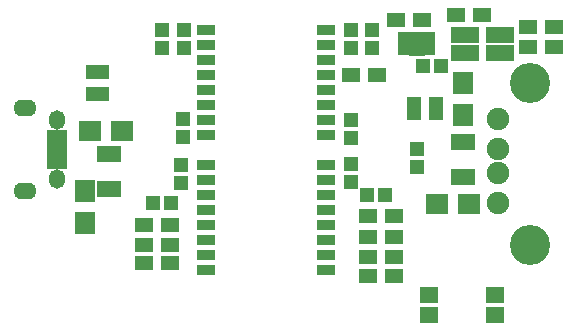
<source format=gts>
G04 #@! TF.FileFunction,Soldermask,Top*
%FSLAX46Y46*%
G04 Gerber Fmt 4.6, Leading zero omitted, Abs format (unit mm)*
G04 Created by KiCad (PCBNEW (after 2015-mar-04 BZR unknown)-product) date 15.06.2015 13:23:24*
%MOMM*%
G01*
G04 APERTURE LIST*
%ADD10C,0.100000*%
%ADD11R,1.600000X1.300000*%
%ADD12C,1.901140*%
%ADD13C,3.399740*%
%ADD14R,1.543000X0.908000*%
%ADD15R,1.150000X1.200000*%
%ADD16R,1.200000X1.150000*%
%ADD17R,1.600000X1.400000*%
%ADD18R,2.400000X1.400000*%
%ADD19R,1.900000X1.700000*%
%ADD20R,1.700000X1.900000*%
%ADD21R,0.798780X1.149300*%
%ADD22R,1.149300X0.798780*%
%ADD23R,1.050000X0.750000*%
%ADD24R,1.400000X1.200000*%
%ADD25R,1.750000X0.800000*%
%ADD26O,1.350000X1.650000*%
%ADD27O,1.950000X1.400000*%
%ADD28R,2.000000X1.400000*%
G04 APERTURE END LIST*
D10*
D11*
X120353000Y-106426000D03*
X118153000Y-106426000D03*
D12*
X126810000Y-114808000D03*
X126810000Y-117348000D03*
X126810000Y-119380000D03*
X126810000Y-121920000D03*
D13*
X129477000Y-111760000D03*
X129477000Y-125476000D03*
D14*
X102045000Y-118745000D03*
X102045000Y-120015000D03*
X102045000Y-121285000D03*
X102045000Y-122555000D03*
X102045000Y-123825000D03*
X102045000Y-125095000D03*
X102045000Y-126365000D03*
X102045000Y-127635000D03*
X112205000Y-127635000D03*
X112205000Y-126365000D03*
X112205000Y-125095000D03*
X112205000Y-123825000D03*
X112205000Y-122555000D03*
X112205000Y-121285000D03*
X112205000Y-120015000D03*
X112205000Y-118745000D03*
X102045000Y-107315000D03*
X102045000Y-108585000D03*
X102045000Y-109855000D03*
X102045000Y-111125000D03*
X102045000Y-112395000D03*
X102045000Y-113665000D03*
X102045000Y-114935000D03*
X102045000Y-116205000D03*
X112205000Y-116205000D03*
X112205000Y-114935000D03*
X112205000Y-113665000D03*
X112205000Y-112395000D03*
X112205000Y-111125000D03*
X112205000Y-109855000D03*
X112205000Y-108585000D03*
X112205000Y-107315000D03*
D15*
X98298000Y-107327000D03*
X98298000Y-108827000D03*
D16*
X99048000Y-121920000D03*
X97548000Y-121920000D03*
D15*
X100203000Y-107327000D03*
X100203000Y-108827000D03*
X99949000Y-118757000D03*
X99949000Y-120257000D03*
X100076000Y-114820000D03*
X100076000Y-116320000D03*
X114300000Y-114947000D03*
X114300000Y-116447000D03*
X114300000Y-107327000D03*
X114300000Y-108827000D03*
D11*
X99017000Y-123825000D03*
X96817000Y-123825000D03*
X117940000Y-123063000D03*
X115740000Y-123063000D03*
X125433000Y-106045000D03*
X123233000Y-106045000D03*
X131529000Y-108712000D03*
X129329000Y-108712000D03*
X116543000Y-111125000D03*
X114343000Y-111125000D03*
X115740000Y-124841000D03*
X117940000Y-124841000D03*
X131529000Y-107061000D03*
X129329000Y-107061000D03*
D17*
X120898000Y-129706000D03*
X120898000Y-131406000D03*
X126498000Y-131406000D03*
X126498000Y-129706000D03*
D15*
X116078000Y-107327000D03*
X116078000Y-108827000D03*
X114300000Y-118630000D03*
X114300000Y-120130000D03*
D16*
X115709000Y-121285000D03*
X117209000Y-121285000D03*
X120408000Y-110363000D03*
X121908000Y-110363000D03*
D18*
X123976000Y-109208000D03*
X126976000Y-109208000D03*
X126976000Y-107708000D03*
X123976000Y-107708000D03*
D19*
X92249000Y-115824000D03*
X94949000Y-115824000D03*
D20*
X91821000Y-120951000D03*
X91821000Y-123651000D03*
D19*
X121586000Y-122047000D03*
X124286000Y-122047000D03*
D20*
X123825000Y-111807000D03*
X123825000Y-114507000D03*
D11*
X99017000Y-125476000D03*
X96817000Y-125476000D03*
X99017000Y-127000000D03*
X96817000Y-127000000D03*
X117940000Y-126492000D03*
X115740000Y-126492000D03*
X117940000Y-128143000D03*
X115740000Y-128143000D03*
D21*
X93487240Y-110810040D03*
X92837000Y-110810040D03*
X92186760Y-110810040D03*
X92186760Y-112709960D03*
X92837000Y-112709960D03*
X93487240Y-112709960D03*
D22*
X121539000Y-114584480D03*
X121539000Y-113934240D03*
X121539000Y-113284000D03*
X119639080Y-113284000D03*
X119639080Y-113934240D03*
X119639080Y-114584480D03*
D23*
X120938000Y-109108000D03*
X120938000Y-108458000D03*
X120938000Y-107808000D03*
X118838000Y-107808000D03*
X118838000Y-108458000D03*
X118838000Y-109108000D03*
D24*
X119888000Y-108058000D03*
X119888000Y-108858000D03*
D25*
X89446540Y-116110600D03*
X89446540Y-116760600D03*
X89446540Y-117410600D03*
X89446540Y-118060600D03*
X89446540Y-118710600D03*
D26*
X89446540Y-114910600D03*
X89446540Y-119910600D03*
D27*
X86746540Y-113910600D03*
X86746540Y-120910600D03*
D28*
X93853000Y-117753000D03*
X93853000Y-120753000D03*
X123825000Y-119737000D03*
X123825000Y-116737000D03*
D15*
X119888000Y-118860000D03*
X119888000Y-117360000D03*
M02*

</source>
